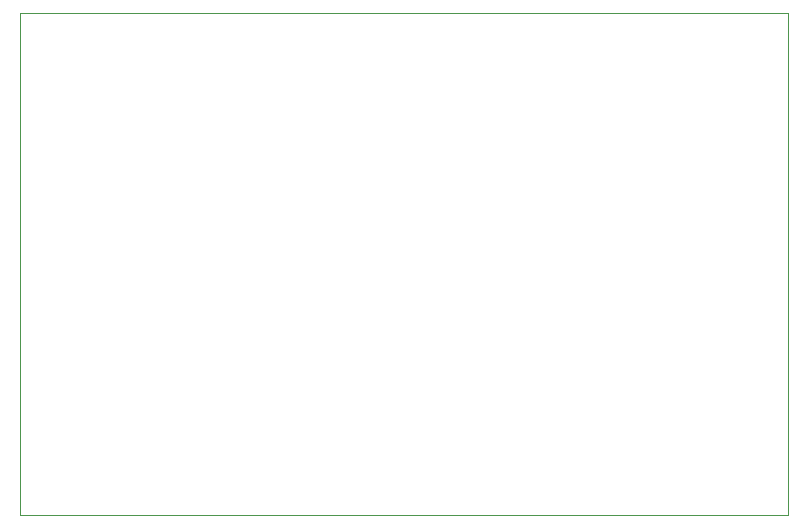
<source format=gko>
G04 #@! TF.GenerationSoftware,KiCad,Pcbnew,(6.0.0-rc1-dev-1521-g81a0ab4d7)*
G04 #@! TF.CreationDate,2019-02-16T05:45:15+09:00
G04 #@! TF.ProjectId,STM32F303VET6,53544d33-3246-4333-9033-564554362e6b,rev?*
G04 #@! TF.SameCoordinates,Original*
G04 #@! TF.FileFunction,Profile,NP*
%FSLAX46Y46*%
G04 Gerber Fmt 4.6, Leading zero omitted, Abs format (unit mm)*
G04 Created by KiCad (PCBNEW (6.0.0-rc1-dev-1521-g81a0ab4d7)) date 2019/02/16 5:45:15*
%MOMM*%
%LPD*%
G04 APERTURE LIST*
%ADD10C,0.100000*%
G04 APERTURE END LIST*
D10*
X90000000Y-122500000D02*
X90000000Y-80000000D01*
X155000000Y-80000000D02*
X155000000Y-122500000D01*
X155000000Y-122500000D02*
X90000000Y-122500000D01*
X90000000Y-80000000D02*
X155000000Y-80000000D01*
M02*

</source>
